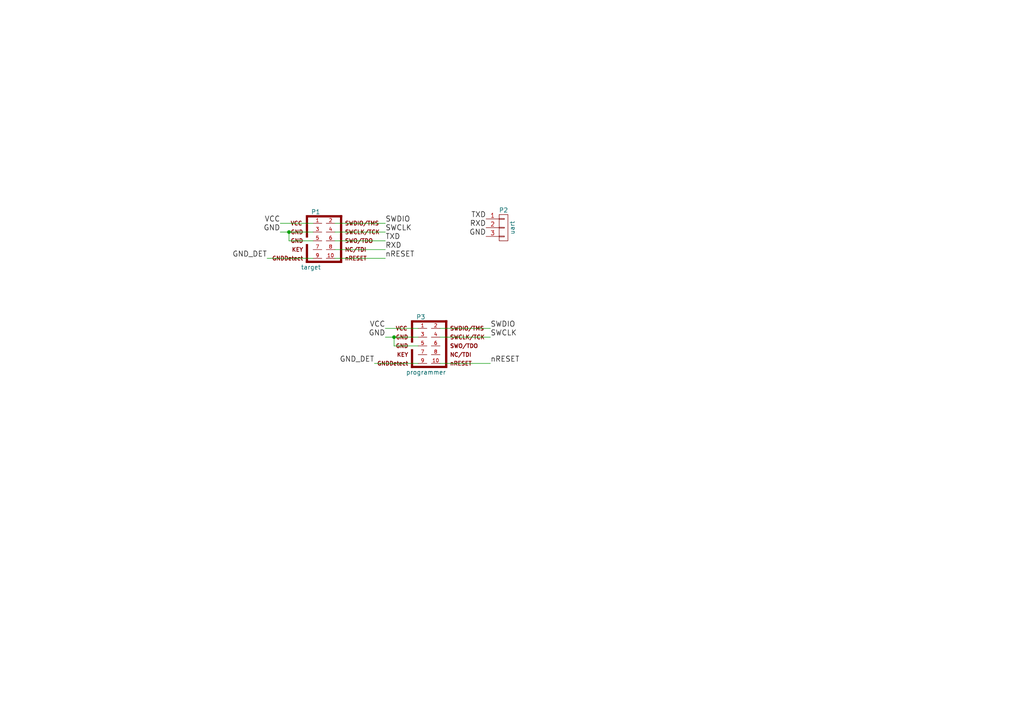
<source format=kicad_sch>
(kicad_sch (version 20230121) (generator eeschema)
  (paper "A4")
  (lib_symbols
    (symbol "project-parts:ARM-SWD-HEADER" (pin_names (offset 1.016))
      (property "Reference" "CON" (at -2.413 8.382 0))
      (property "Value" "ARM-SWD-HEADER" (at -6.731 -8.382 0))
      (symbol "ARM-SWD-HEADER_0_0"
        (text "KEY" (at -5.969 -2.54 0) (effects (font (size 1.143 1.143) bold) (justify right)))
        (text "SWDIO/TMS" (at 5.969 5.08 0) (effects (font (size 1.143 1.143) bold) (justify left)))
      )
      (symbol "ARM-SWD-HEADER_0_1"
        (rectangle (start -5.207 -5.842) (end 5.207 -6.35) (fill (type outline)))
        (rectangle (start -5.207 -1.016) (end -4.699 -6.35) (fill (type outline)))
        (rectangle (start -4.699 7.366) (end -5.207 1.016) (fill (type outline)))
        (rectangle (start -4.699 7.366) (end 5.207 6.858) (fill (type outline)))
        (rectangle (start 4.699 7.366) (end 5.207 -5.842) (fill (type outline)))
      )
      (symbol "ARM-SWD-HEADER_1_0"
        (text "GND" (at -5.969 0 0) (effects (font (size 1.143 1.143) bold) (justify right)))
        (text "GND" (at -5.969 2.54 0) (effects (font (size 1.143 1.143) bold) (justify right)))
        (text "GNDDetect" (at -5.969 -5.08 0) (effects (font (size 1.143 1.143) bold) (justify right)))
        (text "NC/TDI" (at 5.969 -2.54 0) (effects (font (size 1.143 1.143) bold) (justify left)))
        (text "nRESET" (at 5.969 -5.08 0) (effects (font (size 1.143 1.143) bold) (justify left)))
        (text "SWCLK/TCK" (at 5.969 2.54 0) (effects (font (size 1.143 1.143) bold) (justify left)))
        (text "SWO/TDO" (at 5.969 0 0) (effects (font (size 1.143 1.143) bold) (justify left)))
        (text "VCC" (at -6.223 5.08 0) (effects (font (size 1.143 1.143) bold) (justify right)))
      )
      (symbol "ARM-SWD-HEADER_1_1"
        (pin passive line (at -3.175 5.08 0) (length 2.54) (name "~") (number "1"))
        (pin passive line (at 3.175 -5.08 180) (length 2.54) (name "~") (number "10"))
        (pin passive line (at 3.175 5.08 180) (length 2.54) (name "~") (number "2"))
        (pin passive line (at -3.175 2.54 0) (length 2.54) (name "~") (number "3"))
        (pin passive line (at 3.175 2.54 180) (length 2.54) (name "~") (number "4"))
        (pin passive line (at -3.175 0 0) (length 2.54) (name "~") (number "5"))
        (pin passive line (at 3.175 0 180) (length 2.54) (name "~") (number "6"))
        (pin bidirectional line (at -3.175 -2.54 0) (length 2.54) (name "~") (number "7"))
        (pin bidirectional line (at 3.175 -2.54 180) (length 2.54) (name "~") (number "8"))
        (pin passive line (at -3.175 -5.08 0) (length 2.54) (name "~") (number "9"))
      )
    )
    (symbol "swd-and-uart-rescue:CONN_01X03" (pin_names (offset 1.016) hide)
      (property "Reference" "P" (at 0 5.08 0))
      (property "Value" "CONN_01X03" (at 2.54 0 90))
      (symbol "CONN_01X03_0_1"
        (rectangle (start -1.27 -2.413) (end 0.254 -2.667))
        (rectangle (start -1.27 0.127) (end 0.254 -0.127))
        (rectangle (start -1.27 2.667) (end 0.254 2.413))
        (rectangle (start -1.27 3.81) (end 1.27 -3.81))
      )
      (symbol "CONN_01X03_1_1"
        (pin passive line (at -5.08 2.54 0) (length 3.81) (name "P1") (number "1"))
        (pin passive line (at -5.08 0 0) (length 3.81) (name "P2") (number "2"))
        (pin passive line (at -5.08 -2.54 0) (length 3.81) (name "P3") (number "3"))
      )
    )
  )
  (junction (at 114.3 97.79))
  (junction (at 83.82 67.31))
  (wire (pts (xy 127.635 105.41) (xy 142.24 105.41)))
  (wire (pts (xy 142.24 97.79) (xy 127.635 97.79)))
  (wire (pts (xy 97.155 69.85) (xy 111.76 69.85)))
  (wire (pts (xy 121.285 97.79) (xy 114.3 97.79)))
  (wire (pts (xy 108.585 105.41) (xy 121.285 105.41)))
  (wire (pts (xy 114.3 100.33) (xy 114.3 97.79)))
  (wire (pts (xy 114.3 97.79) (xy 111.76 97.79)))
  (wire (pts (xy 111.76 95.25) (xy 121.285 95.25)))
  (wire (pts (xy 121.285 100.33) (xy 114.3 100.33)))
  (wire (pts (xy 90.805 67.31) (xy 83.82 67.31)))
  (wire (pts (xy 97.155 64.77) (xy 111.76 64.77)))
  (wire (pts (xy 83.82 67.31) (xy 81.28 67.31)))
  (wire (pts (xy 127.635 95.25) (xy 142.24 95.25)))
  (wire (pts (xy 111.76 72.39) (xy 97.155 72.39)))
  (wire (pts (xy 111.76 67.31) (xy 97.155 67.31)))
  (wire (pts (xy 83.82 69.85) (xy 83.82 67.31)))
  (wire (pts (xy 81.28 64.77) (xy 90.805 64.77)))
  (wire (pts (xy 77.47 74.93) (xy 90.805 74.93)))
  (wire (pts (xy 97.155 74.93) (xy 111.76 74.93)))
  (wire (pts (xy 90.805 69.85) (xy 83.82 69.85)))
  (label "GND" (at 81.28 67.31 180) (effects (font (size 1.524 1.524))))
  (label "TXD" (at 111.76 69.85 0) (effects (font (size 1.524 1.524))))
  (label "nRESET" (at 111.76 74.93 0) (effects (font (size 1.524 1.524))))
  (label "SWDIO" (at 142.24 95.25 0) (effects (font (size 1.524 1.524))))
  (label "SWDIO" (at 111.76 64.77 0) (effects (font (size 1.524 1.524))))
  (label "GND" (at 140.97 68.58 180) (effects (font (size 1.524 1.524))))
  (label "GND" (at 111.76 97.79 180) (effects (font (size 1.524 1.524))))
  (label "TXD" (at 140.97 63.5 180) (effects (font (size 1.524 1.524))))
  (label "GND_DET" (at 77.47 74.93 180) (effects (font (size 1.524 1.524))))
  (label "GND_DET" (at 108.585 105.41 180) (effects (font (size 1.524 1.524))))
  (label "VCC" (at 111.76 95.25 180) (effects (font (size 1.524 1.524))))
  (label "SWCLK" (at 111.76 67.31 0) (effects (font (size 1.524 1.524))))
  (label "RXD" (at 140.97 66.04 180) (effects (font (size 1.524 1.524))))
  (label "nRESET" (at 142.24 105.41 0) (effects (font (size 1.524 1.524))))
  (label "VCC" (at 81.28 64.77 180) (effects (font (size 1.524 1.524))))
  (label "SWCLK" (at 142.24 97.79 0) (effects (font (size 1.524 1.524))))
  (label "RXD" (at 111.76 72.39 0) (effects (font (size 1.524 1.524))))
  (symbol (lib_id "project-parts:ARM-SWD-HEADER") (at 93.98 69.85 0) (unit 1)
    (property "Reference" "P1" (at 91.567 61.468 0))
    (property "Value" "target" (at 87.249 78.232 0) (effects (justify left bottom)))
    (property "Footprint" "footprints:pin_array_5x2_50mil" (effects hide))
  )
  (symbol (lib_id "project-parts:ARM-SWD-HEADER") (at 124.46 100.33 0) (unit 1)
    (property "Reference" "P3" (at 122.047 91.948 0))
    (property "Value" "programmer" (at 117.729 108.712 0) (effects (justify left bottom)))
    (property "Footprint" "footprints:pin_array_5x2_50mil" (effects hide))
  )
  (symbol (lib_id "swd-and-uart-rescue:CONN_01X03") (at 146.05 66.04 0) (unit 1)
    (property "Reference" "P2" (at 146.05 60.96 0))
    (property "Value" "uart" (at 148.59 66.04 90))
    (property "Footprint" "Socket_Strips:Socket_Strip_Straight_1x03" (effects hide))
  )
)
</source>
